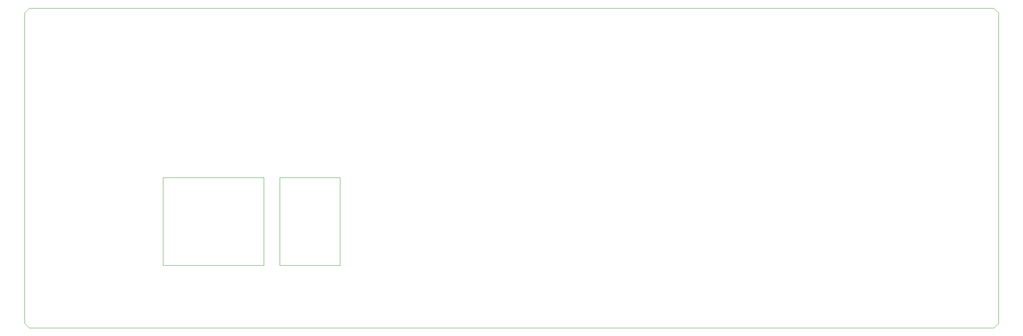
<source format=gbr>
%TF.GenerationSoftware,KiCad,Pcbnew,9.0.5*%
%TF.CreationDate,2025-11-21T22:54:30+01:00*%
%TF.ProjectId,hv amp front,68762061-6d70-4206-9672-6f6e742e6b69,rev?*%
%TF.SameCoordinates,Original*%
%TF.FileFunction,Profile,NP*%
%FSLAX46Y46*%
G04 Gerber Fmt 4.6, Leading zero omitted, Abs format (unit mm)*
G04 Created by KiCad (PCBNEW 9.0.5) date 2025-11-21 22:54:30*
%MOMM*%
%LPD*%
G01*
G04 APERTURE LIST*
%TA.AperFunction,Profile*%
%ADD10C,0.050000*%
%TD*%
G04 APERTURE END LIST*
D10*
X43320000Y-102920000D02*
X43320000Y-35220000D01*
X254320000Y-34220000D02*
X44320000Y-34220000D01*
X255320000Y-102920000D02*
X255320000Y-35220000D01*
X44320000Y-103920000D02*
X43320000Y-102920000D01*
X44320000Y-34220000D02*
X43320000Y-35220000D01*
X255320000Y-35220000D02*
X254320000Y-34220000D01*
X254320000Y-103920000D02*
X255320000Y-102920000D01*
X254320000Y-103920000D02*
X44320000Y-103920000D01*
%TO.C,REF\u002A\u002A*%
X98860000Y-71150000D02*
X111960000Y-71150000D01*
X111960000Y-90250000D01*
X98860000Y-90250000D01*
X98860000Y-71150000D01*
X73430000Y-71150000D02*
X95430000Y-71150000D01*
X95430000Y-90250000D01*
X73430000Y-90250000D01*
X73430000Y-71150000D01*
%TD*%
M02*

</source>
